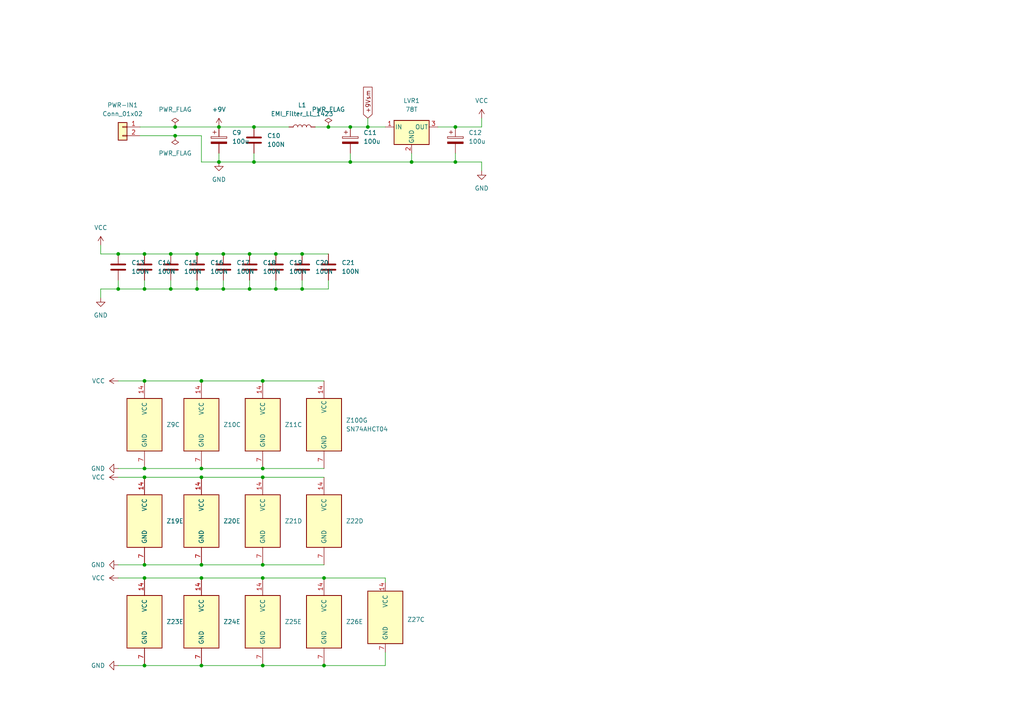
<source format=kicad_sch>
(kicad_sch (version 20211123) (generator eeschema)
  (paper "A4")
  (title_block (title "ACE2NOKB") (date "2019-09-17") (rev "Beta") (company "Ontobus") (comment 1 "John Bradley") (comment 2 "https://creativecommons.org/licenses/by-nc-sa/4.0/") (comment 3 "Attribution-NonCommercial-ShareAlike 4.0 International License.") (comment 4 "This work is licensed under a Creative Commons "))
  (lib_symbols
    (symbol "74xx:74HCT00" (pin_names (offset 1.016))
      (property "Reference" "U" (at 0 1.27 0))
      (property "Value" "74HCT00" (at 0 -1.27 0))
      (symbol "74HCT00_1_1"
        (pin input line (at -7.62 2.54 0) (length 3.81) (name "~") (number "1"))
        (pin input line (at -7.62 -2.54 0) (length 3.81) (name "~") (number "2"))
        (pin output inverted (at 7.62 0 180) (length 3.81) (name "~") (number "3"))
      )
      (symbol "74HCT00_1_2"
        (pin input inverted (at -7.62 2.54 0) (length 4.318) (name "~") (number "1"))
        (pin input inverted (at -7.62 -2.54 0) (length 4.318) (name "~") (number "2"))
        (pin output line (at 7.62 0 180) (length 3.81) (name "~") (number "3"))
      )
      (symbol "74HCT00_2_1"
        (pin input line (at -7.62 2.54 0) (length 3.81) (name "~") (number "4"))
        (pin input line (at -7.62 -2.54 0) (length 3.81) (name "~") (number "5"))
        (pin output inverted (at 7.62 0 180) (length 3.81) (name "~") (number "6"))
      )
      (symbol "74HCT00_2_2"
        (pin input inverted (at -7.62 2.54 0) (length 4.318) (name "~") (number "4"))
        (pin input inverted (at -7.62 -2.54 0) (length 4.318) (name "~") (number "5"))
        (pin output line (at 7.62 0 180) (length 3.81) (name "~") (number "6"))
      )
      (symbol "74HCT00_3_1"
        (pin input line (at -7.62 -2.54 0) (length 3.81) (name "~") (number "10"))
        (pin output inverted (at 7.62 0 180) (length 3.81) (name "~") (number "8"))
        (pin input line (at -7.62 2.54 0) (length 3.81) (name "~") (number "9"))
      )
      (symbol "74HCT00_3_2"
        (pin input inverted (at -7.62 -2.54 0) (length 4.318) (name "~") (number "10"))
        (pin output line (at 7.62 0 180) (length 3.81) (name "~") (number "8"))
        (pin input inverted (at -7.62 2.54 0) (length 4.318) (name "~") (number "9"))
      )
      (symbol "74HCT00_4_1"
        (pin output inverted (at 7.62 0 180) (length 3.81) (name "~") (number "11"))
        (pin input line (at -7.62 2.54 0) (length 3.81) (name "~") (number "12"))
        (pin input line (at -7.62 -2.54 0) (length 3.81) (name "~") (number "13"))
      )
      (symbol "74HCT00_4_2"
        (pin output line (at 7.62 0 180) (length 3.81) (name "~") (number "11"))
        (pin input inverted (at -7.62 2.54 0) (length 4.318) (name "~") (number "12"))
        (pin input inverted (at -7.62 -2.54 0) (length 4.318) (name "~") (number "13"))
      )
      (symbol "74HCT00_5_0"
        (pin power_in line (at 0 12.7 270) (length 5.08) (name "VCC") (number "14"))
        (pin power_in line (at 0 -12.7 90) (length 5.08) (name "GND") (number "7"))
      )
    )
    (symbol "74xx:74HCT02" (pin_names (offset 1.016))
      (property "Reference" "U" (at 0 1.27 0))
      (property "Value" "74HCT02" (at 0 -1.27 0))
      (symbol "74HCT02_1_1"
        (pin output inverted (at 7.62 0 180) (length 3.81) (name "~") (number "1"))
        (pin input line (at -7.62 2.54 0) (length 4.318) (name "~") (number "2"))
        (pin input line (at -7.62 -2.54 0) (length 4.318) (name "~") (number "3"))
      )
      (symbol "74HCT02_1_2"
        (pin output line (at 7.62 0 180) (length 3.81) (name "~") (number "1"))
        (pin input inverted (at -7.62 2.54 0) (length 3.81) (name "~") (number "2"))
        (pin input inverted (at -7.62 -2.54 0) (length 3.81) (name "~") (number "3"))
      )
      (symbol "74HCT02_2_1"
        (pin output inverted (at 7.62 0 180) (length 3.81) (name "~") (number "4"))
        (pin input line (at -7.62 2.54 0) (length 4.318) (name "~") (number "5"))
        (pin input line (at -7.62 -2.54 0) (length 4.318) (name "~") (number "6"))
      )
      (symbol "74HCT02_2_2"
        (pin output line (at 7.62 0 180) (length 3.81) (name "~") (number "4"))
        (pin input inverted (at -7.62 2.54 0) (length 3.81) (name "~") (number "5"))
        (pin input inverted (at -7.62 -2.54 0) (length 3.81) (name "~") (number "6"))
      )
      (symbol "74HCT02_3_1"
        (pin output inverted (at 7.62 0 180) (length 3.81) (name "~") (number "10"))
        (pin input line (at -7.62 2.54 0) (length 4.318) (name "~") (number "8"))
        (pin input line (at -7.62 -2.54 0) (length 4.318) (name "~") (number "9"))
      )
      (symbol "74HCT02_3_2"
        (pin output line (at 7.62 0 180) (length 3.81) (name "~") (number "10"))
        (pin input inverted (at -7.62 2.54 0) (length 3.81) (name "~") (number "8"))
        (pin input inverted (at -7.62 -2.54 0) (length 3.81) (name "~") (number "9"))
      )
      (symbol "74HCT02_4_1"
        (pin input line (at -7.62 2.54 0) (length 4.318) (name "~") (number "11"))
        (pin input line (at -7.62 -2.54 0) (length 4.318) (name "~") (number "12"))
        (pin output inverted (at 7.62 0 180) (length 3.81) (name "~") (number "13"))
      )
      (symbol "74HCT02_4_2"
        (pin input inverted (at -7.62 2.54 0) (length 3.81) (name "~") (number "11"))
        (pin input inverted (at -7.62 -2.54 0) (length 3.81) (name "~") (number "12"))
        (pin output line (at 7.62 0 180) (length 3.81) (name "~") (number "13"))
      )
      (symbol "74HCT02_5_0"
        (pin power_in line (at 0 12.7 270) (length 5.08) (name "VCC") (number "14"))
        (pin power_in line (at 0 -12.7 90) (length 5.08) (name "GND") (number "7"))
      )
    )
    (symbol "74xx:74HCT04"
      (property "Reference" "U" (at 0 1.27 0))
      (property "Value" "74HCT04" (at 0 -1.27 0))
      (symbol "74HCT04_1_0"
        (pin input line (at -7.62 0 0) (length 3.81) (name "~") (number "1"))
        (pin output inverted (at 7.62 0 180) (length 3.81) (name "~") (number "2"))
      )
      (symbol "74HCT04_2_0"
        (pin input line (at -7.62 0 0) (length 3.81) (name "~") (number "3"))
        (pin output inverted (at 7.62 0 180) (length 3.81) (name "~") (number "4"))
      )
      (symbol "74HCT04_3_0"
        (pin input line (at -7.62 0 0) (length 3.81) (name "~") (number "5"))
        (pin output inverted (at 7.62 0 180) (length 3.81) (name "~") (number "6"))
      )
      (symbol "74HCT04_4_0"
        (pin output inverted (at 7.62 0 180) (length 3.81) (name "~") (number "8"))
        (pin input line (at -7.62 0 0) (length 3.81) (name "~") (number "9"))
      )
      (symbol "74HCT04_5_0"
        (pin output inverted (at 7.62 0 180) (length 3.81) (name "~") (number "10"))
        (pin input line (at -7.62 0 0) (length 3.81) (name "~") (number "11"))
      )
      (symbol "74HCT04_6_0"
        (pin output inverted (at 7.62 0 180) (length 3.81) (name "~") (number "12"))
        (pin input line (at -7.62 0 0) (length 3.81) (name "~") (number "13"))
      )
      (symbol "74HCT04_7_0"
        (pin power_in line (at 0 12.7 270) (length 5.08) (name "VCC") (number "14"))
        (pin power_in line (at 0 -12.7 90) (length 5.08) (name "GND") (number "7"))
      )
    )
    (symbol "74xx:74LS08" (pin_names (offset 1.016))
      (property "Reference" "U" (at 0 1.27 0))
      (property "Value" "74LS08" (at 0 -1.27 0))
      (symbol "74LS08_1_1"
        (pin input line (at -7.62 2.54 0) (length 3.81) (name "~") (number "1"))
        (pin input line (at -7.62 -2.54 0) (length 3.81) (name "~") (number "2"))
        (pin output line (at 7.62 0 180) (length 3.81) (name "~") (number "3"))
      )
      (symbol "74LS08_1_2"
        (pin input inverted (at -7.62 2.54 0) (length 4.318) (name "~") (number "1"))
        (pin input inverted (at -7.62 -2.54 0) (length 4.318) (name "~") (number "2"))
        (pin output inverted (at 7.62 0 180) (length 3.81) (name "~") (number "3"))
      )
      (symbol "74LS08_2_1"
        (pin input line (at -7.62 2.54 0) (length 3.81) (name "~") (number "4"))
        (pin input line (at -7.62 -2.54 0) (length 3.81) (name "~") (number "5"))
        (pin output line (at 7.62 0 180) (length 3.81) (name "~") (number "6"))
      )
      (symbol "74LS08_2_2"
        (pin input inverted (at -7.62 2.54 0) (length 4.318) (name "~") (number "4"))
        (pin input inverted (at -7.62 -2.54 0) (length 4.318) (name "~") (number "5"))
        (pin output inverted (at 7.62 0 180) (length 3.81) (name "~") (number "6"))
      )
      (symbol "74LS08_3_1"
        (pin input line (at -7.62 -2.54 0) (length 3.81) (name "~") (number "10"))
        (pin output line (at 7.62 0 180) (length 3.81) (name "~") (number "8"))
        (pin input line (at -7.62 2.54 0) (length 3.81) (name "~") (number "9"))
      )
      (symbol "74LS08_3_2"
        (pin input inverted (at -7.62 -2.54 0) (length 4.318) (name "~") (number "10"))
        (pin output inverted (at 7.62 0 180) (length 3.81) (name "~") (number "8"))
        (pin input inverted (at -7.62 2.54 0) (length 4.318) (name "~") (number "9"))
      )
      (symbol "74LS08_4_1"
        (pin output line (at 7.62 0 180) (length 3.81) (name "~") (number "11"))
        (pin input line (at -7.62 2.54 0) (length 3.81) (name "~") (number "12"))
        (pin input line (at -7.62 -2.54 0) (length 3.81) (name "~") (number "13"))
      )
      (symbol "74LS08_4_2"
        (pin output inverted (at 7.62 0 180) (length 3.81) (name "~") (number "11"))
        (pin input inverted (at -7.62 2.54 0) (length 4.318) (name "~") (number "12"))
        (pin input inverted (at -7.62 -2.54 0) (length 4.318) (name "~") (number "13"))
      )
      (symbol "74LS08_5_0"
        (pin power_in line (at 0 12.7 270) (length 5.08) (name "VCC") (number "14"))
        (pin power_in line (at 0 -12.7 90) (length 5.08) (name "GND") (number "7"))
      )
    )
    (symbol "74xx:74LS11" (pin_names (offset 1.016))
      (property "Reference" "U" (at 0 1.27 0))
      (property "Value" "74LS11" (at 0 -1.27 0))
      (symbol "74LS11_1_1"
        (pin input line (at -7.62 2.54 0) (length 3.81) (name "~") (number "1"))
        (pin output line (at 7.62 0 180) (length 3.81) (name "~") (number "12"))
        (pin input line (at -7.62 -2.54 0) (length 3.81) (name "~") (number "13"))
        (pin input line (at -7.62 0 0) (length 3.81) (name "~") (number "2"))
      )
      (symbol "74LS11_1_2"
        (pin input inverted (at -7.62 2.54 0) (length 4.318) (name "~") (number "1"))
        (pin output inverted (at 7.62 0 180) (length 3.81) (name "~") (number "12"))
        (pin input inverted (at -7.62 -2.54 0) (length 4.318) (name "~") (number "13"))
        (pin input inverted (at -7.62 0 0) (length 4.953) (name "~") (number "2"))
      )
      (symbol "74LS11_2_1"
        (pin input line (at -7.62 2.54 0) (length 3.81) (name "~") (number "3"))
        (pin input line (at -7.62 0 0) (length 3.81) (name "~") (number "4"))
        (pin input line (at -7.62 -2.54 0) (length 3.81) (name "~") (number "5"))
        (pin output line (at 7.62 0 180) (length 3.81) (name "~") (number "6"))
      )
      (symbol "74LS11_2_2"
        (pin input inverted (at -7.62 2.54 0) (length 4.318) (name "~") (number "3"))
        (pin input inverted (at -7.62 0 0) (length 4.953) (name "~") (number "4"))
        (pin input inverted (at -7.62 -2.54 0) (length 4.318) (name "~") (number "5"))
        (pin output inverted (at 7.62 0 180) (length 3.81) (name "~") (number "6"))
      )
      (symbol "74LS11_3_1"
        (pin input line (at -7.62 0 0) (length 3.81) (name "~") (number "10"))
        (pin input line (at -7.62 -2.54 0) (length 3.81) (name "~") (number "11"))
        (pin output line (at 7.62 0 180) (length 3.81) (name "~") (number "8"))
        (pin input line (at -7.62 2.54 0) (length 3.81) (name "~") (number "9"))
      )
      (symbol "74LS11_3_2"
        (pin input inverted (at -7.62 0 0) (length 4.953) (name "~") (number "10"))
        (pin input inverted (at -7.62 -2.54 0) (length 4.318) (name "~") (number "11"))
        (pin output inverted (at 7.62 0 180) (length 3.81) (name "~") (number "8"))
        (pin input inverted (at -7.62 2.54 0) (length 4.318) (name "~") (number "9"))
      )
      (symbol "74LS11_4_0"
        (pin power_in line (at 0 12.7 270) (length 5.08) (name "VCC") (number "14"))
        (pin power_in line (at 0 -12.7 90) (length 5.08) (name "GND") (number "7"))
      )
    )
    (symbol "74xx:74LS32" (pin_names (offset 1.016))
      (property "Reference" "U" (at 0 1.27 0))
      (property "Value" "74LS32" (at 0 -1.27 0))
      (symbol "74LS32_1_1"
        (pin input line (at -7.62 2.54 0) (length 4.318) (name "~") (number "1"))
        (pin input line (at -7.62 -2.54 0) (length 4.318) (name "~") (number "2"))
        (pin output line (at 7.62 0 180) (length 3.81) (name "~") (number "3"))
      )
      (symbol "74LS32_1_2"
        (pin input inverted (at -7.62 2.54 0) (length 3.81) (name "~") (number "1"))
        (pin input inverted (at -7.62 -2.54 0) (length 3.81) (name "~") (number "2"))
        (pin output inverted (at 7.62 0 180) (length 3.81) (name "~") (number "3"))
      )
      (symbol "74LS32_2_1"
        (pin input line (at -7.62 2.54 0) (length 4.318) (name "~") (number "4"))
        (pin input line (at -7.62 -2.54 0) (length 4.318) (name "~") (number "5"))
        (pin output line (at 7.62 0 180) (length 3.81) (name "~") (number "6"))
      )
      (symbol "74LS32_2_2"
        (pin input inverted (at -7.62 2.54 0) (length 3.81) (name "~") (number "4"))
        (pin input inverted (at -7.62 -2.54 0) (length 3.81) (name "~") (number "5"))
        (pin output inverted (at 7.62 0 180) (length 3.81) (name "~") (number "6"))
      )
      (symbol "74LS32_3_1"
        (pin input line (at -7.62 -2.54 0) (length 4.318) (name "~") (number "10"))
        (pin output line (at 7.62 0 180) (length 3.81) (name "~") (number "8"))
        (pin input line (at -7.62 2.54 0) (length 4.318) (name "~") (number "9"))
      )
      (symbol "74LS32_3_2"
        (pin input inverted (at -7.62 -2.54 0) (length 3.81) (name "~") (number "10"))
        (pin output inverted (at 7.62 0 180) (length 3.81) (name "~") (number "8"))
        (pin input inverted (at -7.62 2.54 0) (length 3.81) (name "~") (number "9"))
      )
      (symbol "74LS32_4_1"
        (pin output line (at 7.62 0 180) (length 3.81) (name "~") (number "11"))
        (pin input line (at -7.62 2.54 0) (length 4.318) (name "~") (number "12"))
        (pin input line (at -7.62 -2.54 0) (length 4.318) (name "~") (number "13"))
      )
      (symbol "74LS32_4_2"
        (pin output inverted (at 7.62 0 180) (length 3.81) (name "~") (number "11"))
        (pin input inverted (at -7.62 2.54 0) (length 3.81) (name "~") (number "12"))
        (pin input inverted (at -7.62 -2.54 0) (length 3.81) (name "~") (number "13"))
      )
      (symbol "74LS32_5_0"
        (pin power_in line (at 0 12.7 270) (length 5.08) (name "VCC") (number "14"))
        (pin power_in line (at 0 -12.7 90) (length 5.08) (name "GND") (number "7"))
      )
    )
    (symbol "74xx:74LS393" (pin_names (offset 1.016))
      (property "Reference" "U" (at -7.62 8.89 0))
      (property "Value" "74LS393" (at -7.62 -8.89 0))
      (symbol "74LS393_1_0"
        (pin input clock (at -12.7 2.54 0) (length 5.08) (name "CP") (number "1"))
        (pin input line (at -12.7 -5.08 0) (length 5.08) (name "MR") (number "2"))
        (pin output line (at 12.7 2.54 180) (length 5.08) (name "Q0") (number "3"))
        (pin output line (at 12.7 0 180) (length 5.08) (name "Q1") (number "4"))
        (pin output line (at 12.7 -2.54 180) (length 5.08) (name "Q2") (number "5"))
        (pin output line (at 12.7 -5.08 180) (length 5.08) (name "Q3") (number "6"))
      )
      (symbol "74LS393_2_0"
        (pin output line (at 12.7 0 180) (length 5.08) (name "Q1") (number "10"))
        (pin output line (at 12.7 2.54 180) (length 5.08) (name "Q0") (number "11"))
        (pin input line (at -12.7 -5.08 0) (length 5.08) (name "MR") (number "12"))
        (pin input clock (at -12.7 2.54 0) (length 5.08) (name "CP") (number "13"))
        (pin output line (at 12.7 -5.08 180) (length 5.08) (name "Q3") (number "8"))
        (pin output line (at 12.7 -2.54 180) (length 5.08) (name "Q2") (number "9"))
      )
      (symbol "74LS393_3_0"
        (pin power_in line (at 0 12.7 270) (length 5.08) (name "VCC") (number "14"))
        (pin power_in line (at 0 -12.7 90) (length 5.08) (name "GND") (number "7"))
      )
    )
    (symbol "74xx:74LS74" (pin_names (offset 1.016))
      (property "Reference" "U" (at -7.62 8.89 0))
      (property "Value" "74LS74" (at -7.62 -8.89 0))
      (symbol "74LS74_1_0"
        (pin input line (at 0 -7.62 90) (length 2.54) (name "~{R}") (number "1"))
        (pin input line (at -7.62 2.54 0) (length 2.54) (name "D") (number "2"))
        (pin input clock (at -7.62 0 0) (length 2.54) (name "C") (number "3"))
        (pin input line (at 0 7.62 270) (length 2.54) (name "~{S}") (number "4"))
        (pin output line (at 7.62 2.54 180) (length 2.54) (name "Q") (number "5"))
        (pin output line (at 7.62 -2.54 180) (length 2.54) (name "~{Q}") (number "6"))
      )
      (symbol "74LS74_2_0"
        (pin input line (at 0 7.62 270) (length 2.54) (name "~{S}") (number "10"))
        (pin input clock (at -7.62 0 0) (length 2.54) (name "C") (number "11"))
        (pin input line (at -7.62 2.54 0) (length 2.54) (name "D") (number "12"))
        (pin input line (at 0 -7.62 90) (length 2.54) (name "~{R}") (number "13"))
        (pin output line (at 7.62 -2.54 180) (length 2.54) (name "~{Q}") (number "8"))
        (pin output line (at 7.62 2.54 180) (length 2.54) (name "Q") (number "9"))
      )
      (symbol "74LS74_3_0"
        (pin power_in line (at 0 10.16 270) (length 2.54) (name "VCC") (number "14"))
        (pin power_in line (at 0 -10.16 90) (length 2.54) (name "GND") (number "7"))
      )
    )
    (symbol "74xx:74LS86" (pin_names (offset 1.016))
      (property "Reference" "U" (at 0 1.27 0))
      (property "Value" "74LS86" (at 0 -1.27 0))
      (symbol "74LS86_1_0"
        (pin input line (at -7.62 2.54 0) (length 4.445) (name "~") (number "1"))
        (pin input line (at -7.62 -2.54 0) (length 4.445) (name "~") (number "2"))
        (pin output line (at 7.62 0 180) (length 3.81) (name "~") (number "3"))
      )
      (symbol "74LS86_2_0"
        (pin input line (at -7.62 2.54 0) (length 4.445) (name "~") (number "4"))
        (pin input line (at -7.62 -2.54 0) (length 4.445) (name "~") (number "5"))
        (pin output line (at 7.62 0 180) (length 3.81) (name "~") (number "6"))
      )
      (symbol "74LS86_3_0"
        (pin input line (at -7.62 -2.54 0) (length 4.445) (name "~") (number "10"))
        (pin output line (at 7.62 0 180) (length 3.81) (name "~") (number "8"))
        (pin input line (at -7.62 2.54 0) (length 4.445) (name "~") (number "9"))
      )
      (symbol "74LS86_4_0"
        (pin output line (at 7.62 0 180) (length 3.81) (name "~") (number "11"))
        (pin input line (at -7.62 2.54 0) (length 4.445) (name "~") (number "12"))
        (pin input line (at -7.62 -2.54 0) (length 4.445) (name "~") (number "13"))
      )
      (symbol "74LS86_5_0"
        (pin power_in line (at 0 12.7 270) (length 5.08) (name "VCC") (number "14"))
        (pin power_in line (at 0 -12.7 90) (length 5.08) (name "GND") (number "7"))
      )
    )
    (symbol "Connector_Generic:Conn_01x02" (pin_names (offset 1.016) hide)
      (property "Reference" "J" (at 0 2.54 0))
      (property "Value" "Conn_01x02" (at 0 -5.08 0))
      (symbol "Conn_01x02_1_1"
        (pin passive line (at -5.08 0 0) (length 3.81) (name "Pin_1") (number "1"))
        (pin passive line (at -5.08 -2.54 0) (length 3.81) (name "Pin_2") (number "2"))
      )
    )
    (symbol "Device:C" (pin_numbers hide) (pin_names (offset 0.254))
      (property "Reference" "C" (at 0.635 2.54 0))
      (property "Value" "C" (at 0.635 -2.54 0))
      (symbol "C_1_1"
        (pin passive line (at 0 3.81 270) (length 2.794) (name "~") (number "1"))
        (pin passive line (at 0 -3.81 90) (length 2.794) (name "~") (number "2"))
      )
    )
    (symbol "Device:C_Polarized" (pin_numbers hide) (pin_names (offset 0.254))
      (property "Reference" "C" (at 0.635 2.54 0))
      (property "Value" "C_Polarized" (at 0.635 -2.54 0))
      (symbol "C_Polarized_1_1"
        (pin passive line (at 0 3.81 270) (length 2.794) (name "~") (number "1"))
        (pin passive line (at 0 -3.81 90) (length 2.794) (name "~") (number "2"))
      )
    )
    (symbol "Device:L" (pin_numbers hide) (pin_names (offset 1.016) hide)
      (property "Reference" "L" (at -1.27 0 90))
      (property "Value" "L" (at 1.905 0 90))
      (symbol "L_1_1"
        (pin passive line (at 0 3.81 270) (length 1.27) (name "1") (number "1"))
        (pin passive line (at 0 -3.81 90) (length 1.27) (name "2") (number "2"))
      )
    )
    (symbol "Regulator_Linear:L7805" (pin_names (offset 0.254))
      (property "Reference" "U" (at -3.81 3.175 0))
      (property "Value" "L7805" (at 0 3.175 0))
      (symbol "L7805_1_1"
        (pin power_in line (at -7.62 0 0) (length 2.54) (name "IN") (number "1"))
        (pin power_in line (at 0 -7.62 90) (length 2.54) (name "GND") (number "2"))
        (pin power_out line (at 7.62 0 180) (length 2.54) (name "OUT") (number "3"))
      )
    )
    (symbol "power:+9V" (power) (pin_names (offset 0))
      (property "Value" "+9V" (at 0 3.556 0))
      (symbol "+9V_1_1"
        (pin power_in line (at 0 0 90) (length 0) hide (name "+9V") (number "1"))
      )
    )
    (symbol "power:GND" (power) (pin_names (offset 0))
      (property "Value" "GND" (at 0 -3.81 0))
      (symbol "GND_1_1"
        (pin power_in line (at 0 0 270) (length 0) hide (name "GND") (number "1"))
      )
    )
    (symbol "power:PWR_FLAG" (power) (pin_numbers hide) (pin_names (offset 0) hide)
      (property "Value" "PWR_FLAG" (at 0 3.81 0))
      (symbol "PWR_FLAG_0_0"
        (pin power_out line (at 0 0 90) (length 0) (name "pwr") (number "1"))
      )
    )
    (symbol "power:VCC" (power) (pin_names (offset 0))
      (property "Value" "VCC" (at 0 3.81 0))
      (symbol "VCC_1_1"
        (pin power_in line (at 0 0 90) (length 0) hide (name "VCC") (number "1"))
      )
    )
  )
  (junction (at 76.2 167.64))
  (junction (at 101.6 46.99))
  (junction (at 41.91 167.64))
  (junction (at 50.8 39.37))
  (junction (at 132.08 46.99))
  (junction (at 34.29 73.66))
  (junction (at 87.63 83.82))
  (junction (at 73.66 36.83))
  (junction (at 64.77 73.66))
  (junction (at 72.39 73.66))
  (junction (at 41.91 163.83))
  (junction (at 58.42 193.04))
  (junction (at 101.6 36.83))
  (junction (at 106.68 36.83))
  (junction (at 49.53 83.82))
  (junction (at 41.91 138.43))
  (junction (at 57.15 83.82))
  (junction (at 80.01 83.82))
  (junction (at 41.91 110.49))
  (junction (at 58.42 110.49))
  (junction (at 87.63 73.66))
  (junction (at 58.42 163.83))
  (junction (at 57.15 73.66))
  (junction (at 132.08 36.83))
  (junction (at 93.98 193.04))
  (junction (at 41.91 135.89))
  (junction (at 76.2 110.49))
  (junction (at 41.91 83.82))
  (junction (at 93.98 167.64))
  (junction (at 58.42 135.89))
  (junction (at 63.5 36.83))
  (junction (at 64.77 83.82))
  (junction (at 95.25 36.83))
  (junction (at 72.39 83.82))
  (junction (at 76.2 138.43))
  (junction (at 76.2 135.89))
  (junction (at 119.38 46.99))
  (junction (at 76.2 193.04))
  (junction (at 50.8 36.83))
  (junction (at 76.2 163.83))
  (junction (at 58.42 167.64))
  (junction (at 73.66 46.99))
  (junction (at 41.91 193.04))
  (junction (at 34.29 83.82))
  (junction (at 41.91 73.66))
  (junction (at 63.5 46.99))
  (junction (at 58.42 138.43))
  (junction (at 80.01 73.66))
  (junction (at 49.53 73.66))
  (wire (pts (xy 63.5 36.83) (xy 73.66 36.83)))
  (wire (pts (xy 57.15 83.82) (xy 64.77 83.82)))
  (wire (pts (xy 87.63 83.82) (xy 95.25 83.82)))
  (wire (pts (xy 57.15 81.28) (xy 57.15 83.82)))
  (wire (pts (xy 29.21 71.12) (xy 29.21 73.66)))
  (wire (pts (xy 58.42 39.37) (xy 58.42 46.99)))
  (wire (pts (xy 101.6 44.45) (xy 101.6 46.99)))
  (wire (pts (xy 111.76 193.04) (xy 111.76 189.23)))
  (wire (pts (xy 41.91 138.43) (xy 58.42 138.43)))
  (wire (pts (xy 101.6 46.99) (xy 119.38 46.99)))
  (wire (pts (xy 29.21 73.66) (xy 34.29 73.66)))
  (wire (pts (xy 80.01 73.66) (xy 87.63 73.66)))
  (wire (pts (xy 63.5 46.99) (xy 73.66 46.99)))
  (wire (pts (xy 95.25 36.83) (xy 101.6 36.83)))
  (wire (pts (xy 29.21 83.82) (xy 34.29 83.82)))
  (wire (pts (xy 58.42 138.43) (xy 76.2 138.43)))
  (wire (pts (xy 132.08 36.83) (xy 139.7 36.83)))
  (wire (pts (xy 34.29 135.89) (xy 41.91 135.89)))
  (wire (pts (xy 41.91 163.83) (xy 58.42 163.83)))
  (wire (pts (xy 119.38 46.99) (xy 132.08 46.99)))
  (wire (pts (xy 64.77 81.28) (xy 64.77 83.82)))
  (wire (pts (xy 111.76 36.83) (xy 106.68 36.83)))
  (wire (pts (xy 106.68 36.83) (xy 101.6 36.83)))
  (wire (pts (xy 57.15 73.66) (xy 64.77 73.66)))
  (wire (pts (xy 41.91 110.49) (xy 58.42 110.49)))
  (wire (pts (xy 139.7 34.29) (xy 139.7 36.83)))
  (wire (pts (xy 80.01 81.28) (xy 80.01 83.82)))
  (wire (pts (xy 76.2 193.04) (xy 93.98 193.04)))
  (wire (pts (xy 106.68 36.83) (xy 106.68 34.29)))
  (wire (pts (xy 73.66 46.99) (xy 101.6 46.99)))
  (wire (pts (xy 41.91 83.82) (xy 49.53 83.82)))
  (wire (pts (xy 34.29 110.49) (xy 41.91 110.49)))
  (wire (pts (xy 111.76 168.91) (xy 111.76 167.64)))
  (wire (pts (xy 49.53 83.82) (xy 57.15 83.82)))
  (wire (pts (xy 41.91 167.64) (xy 58.42 167.64)))
  (wire (pts (xy 34.29 83.82) (xy 41.91 83.82)))
  (wire (pts (xy 73.66 36.83) (xy 83.82 36.83)))
  (wire (pts (xy 63.5 44.45) (xy 63.5 46.99)))
  (wire (pts (xy 58.42 193.04) (xy 76.2 193.04)))
  (wire (pts (xy 93.98 167.64) (xy 111.76 167.64)))
  (wire (pts (xy 34.29 73.66) (xy 41.91 73.66)))
  (wire (pts (xy 64.77 83.82) (xy 72.39 83.82)))
  (wire (pts (xy 63.5 36.83) (xy 50.8 36.83)))
  (wire (pts (xy 58.42 110.49) (xy 76.2 110.49)))
  (wire (pts (xy 41.91 73.66) (xy 49.53 73.66)))
  (wire (pts (xy 41.91 135.89) (xy 58.42 135.89)))
  (wire (pts (xy 139.7 49.53) (xy 139.7 46.99)))
  (wire (pts (xy 64.77 73.66) (xy 72.39 73.66)))
  (wire (pts (xy 49.53 73.66) (xy 57.15 73.66)))
  (wire (pts (xy 58.42 167.64) (xy 76.2 167.64)))
  (wire (pts (xy 76.2 167.64) (xy 93.98 167.64)))
  (wire (pts (xy 41.91 193.04) (xy 58.42 193.04)))
  (wire (pts (xy 132.08 46.99) (xy 139.7 46.99)))
  (wire (pts (xy 87.63 81.28) (xy 87.63 83.82)))
  (wire (pts (xy 132.08 44.45) (xy 132.08 46.99)))
  (wire (pts (xy 34.29 167.64) (xy 41.91 167.64)))
  (wire (pts (xy 29.21 86.36) (xy 29.21 83.82)))
  (wire (pts (xy 95.25 81.28) (xy 95.25 83.82)))
  (wire (pts (xy 127 36.83) (xy 132.08 36.83)))
  (wire (pts (xy 49.53 81.28) (xy 49.53 83.82)))
  (wire (pts (xy 40.64 39.37) (xy 50.8 39.37)))
  (wire (pts (xy 58.42 46.99) (xy 63.5 46.99)))
  (wire (pts (xy 34.29 193.04) (xy 41.91 193.04)))
  (wire (pts (xy 76.2 135.89) (xy 93.98 135.89)))
  (wire (pts (xy 58.42 135.89) (xy 76.2 135.89)))
  (wire (pts (xy 58.42 163.83) (xy 76.2 163.83)))
  (wire (pts (xy 40.64 36.83) (xy 50.8 36.83)))
  (wire (pts (xy 87.63 73.66) (xy 95.25 73.66)))
  (wire (pts (xy 41.91 138.43) (xy 34.29 138.43)))
  (wire (pts (xy 72.39 73.66) (xy 80.01 73.66)))
  (wire (pts (xy 119.38 44.45) (xy 119.38 46.99)))
  (wire (pts (xy 73.66 44.45) (xy 73.66 46.99)))
  (wire (pts (xy 76.2 163.83) (xy 93.98 163.83)))
  (wire (pts (xy 34.29 81.28) (xy 34.29 83.82)))
  (wire (pts (xy 41.91 81.28) (xy 41.91 83.82)))
  (wire (pts (xy 91.44 36.83) (xy 95.25 36.83)))
  (wire (pts (xy 50.8 39.37) (xy 58.42 39.37)))
  (wire (pts (xy 72.39 83.82) (xy 80.01 83.82)))
  (wire (pts (xy 34.29 163.83) (xy 41.91 163.83)))
  (wire (pts (xy 93.98 193.04) (xy 111.76 193.04)))
  (wire (pts (xy 72.39 81.28) (xy 72.39 83.82)))
  (wire (pts (xy 76.2 138.43) (xy 93.98 138.43)))
  (wire (pts (xy 76.2 110.49) (xy 93.98 110.49)))
  (wire (pts (xy 80.01 83.82) (xy 87.63 83.82)))
  (global_label "+9Vsm" (shape input) (at 106.68 34.29 90) (property "Intersheetrefs" "${INTERSHEET_REFS}" (at 106.6006 25.3739 90) (effects (justify left))))
  (symbol (lib_id "power:GND") (at 34.29 163.83 270) (unit 1)
    (property "Reference" "#~PWR0107" (effects hide))
    (property "Value" "GND" (at 30.48 163.8299 90) (effects (justify right)))
  )
  (symbol (lib_id "Device:C") (at 72.39 77.47 180) (unit 1)
    (property "Reference" "C18" (at 76.2 76.1999 0) (effects (justify right)))
    (property "Value" "100N" (at 76.2 78.7399 0) (effects (justify right)))
    (property "Footprint" "Capacitor_THT:C_Disc_D5.0mm_W2.5mm_P5.00mm" (effects hide))
    (property "Manufacturer_Name" "Vishay" (effects hide))
    (property "Manufacturer_Part_Number" "K104K15X7RF53H5" (effects hide))
  )
  (symbol (lib_id "Device:C") (at 41.91 77.47 0) (unit 1)
    (property "Reference" "C14" (at 45.72 76.1999 0) (effects (justify left)))
    (property "Value" "100N" (at 45.72 78.7399 0) (effects (justify left)))
    (property "Footprint" "Capacitor_THT:C_Disc_D5.0mm_W2.5mm_P5.00mm" (effects hide))
    (property "Manufacturer_Name" "Vishay" (effects hide))
    (property "Manufacturer_Part_Number" "K104K15X7RF53H5" (effects hide))
  )
  (symbol (lib_id "74xx:74LS393") (at 41.91 123.19 0) (unit 3)
    (property "Reference" "Z9" (at 48.26 123.1899 0) (effects (justify left)))
    (property "Value" "CD74HCT393E" (effects hide))
    (property "Footprint" "Package_DIP:DIP-14_W7.62mm" (effects hide))
    (property "Datasheet" "74xx\\74LS393.pdf" (effects hide))
    (property "Manufacturer_Name" "Texas Instruments" (effects hide))
    (property "Manufacturer_Part_Number" "CD74HCT393E" (effects hide))
  )
  (symbol (lib_id "power:VCC") (at 34.29 110.49 90) (unit 1)
    (property "Reference" "#~PWR0104" (effects hide))
    (property "Value" "VCC" (at 30.48 110.4899 90) (effects (justify left)))
  )
  (symbol (lib_id "power:GND") (at 63.5 46.99 0) (unit 1)
    (property "Reference" "#~SUPPLY016" (effects hide))
    (property "Value" "GND" (at 63.5 52.07 0))
  )
  (symbol (lib_id "74xx:74LS08") (at 58.42 151.13 0) (unit 5)
    (property "Reference" "Z20" (at 64.77 151.1299 0) (effects (justify left)))
    (property "Value" "SN74AHCT08N" (effects hide))
    (property "Footprint" "Package_DIP:DIP-14_W7.62mm" (effects hide))
    (property "Datasheet" "http://www.ti.com/lit/gpn/sn74LS08" (effects hide))
    (property "Manufacturer_Name" "Texas Instruments" (effects hide))
    (property "Manufacturer_Part_Number" "SN74AHCT08N" (effects hide))
  )
  (symbol (lib_id "74xx:74HCT02") (at 58.42 180.34 0) (unit 5)
    (property "Reference" "Z24" (at 64.77 180.3399 0) (effects (justify left)))
    (property "Value" "SN74AHCT02N" (effects hide))
    (property "Footprint" "Package_DIP:DIP-14_W7.62mm" (effects hide))
    (property "Datasheet" "http://www.ti.com/lit/gpn/sn74hct02" (effects hide))
    (property "Manufacturer_Name" "Texas Instruments" (effects hide))
    (property "Manufacturer_Part_Number" "SN74AHCT02N" (effects hide))
  )
  (symbol (lib_id "Device:C") (at 64.77 77.47 0) (unit 1)
    (property "Reference" "C17" (at 68.58 76.1999 0) (effects (justify left)))
    (property "Value" "100N" (at 68.58 78.7399 0) (effects (justify left)))
    (property "Footprint" "Capacitor_THT:C_Disc_D5.0mm_W2.5mm_P5.00mm" (effects hide))
    (property "Manufacturer_Name" "Vishay" (effects hide))
    (property "Manufacturer_Part_Number" "K104K15X7RF53H5" (effects hide))
  )
  (symbol (lib_id "74xx:74LS393") (at 58.42 123.19 0) (unit 3)
    (property "Reference" "Z10" (at 64.77 123.1899 0) (effects (justify left)))
    (property "Value" "CD74HCT393E" (effects hide))
    (property "Footprint" "Package_DIP:DIP-14_W7.62mm" (effects hide))
    (property "Datasheet" "74xx\\74LS393.pdf" (effects hide))
    (property "Manufacturer_Name" "Texas Instruments" (effects hide))
    (property "Manufacturer_Part_Number" "CD74HCT393E" (effects hide))
  )
  (symbol (lib_id "power:GND") (at 139.7 49.53 0) (unit 1)
    (property "Reference" "# SUPPLY0103" (effects hide))
    (property "Value" "GND" (at 139.7 54.61 0))
  )
  (symbol (lib_id "Device:C_Polarized") (at 63.5 40.64 0) (unit 1)
    (property "Reference" "C9" (at 67.31 38.4809 0) (effects (justify left)))
    (property "Value" "100u" (at 67.31 41.0209 0) (effects (justify left)))
    (property "Footprint" "Capacitor_THT:CP_Radial_D6.3mm_P2.50mm" (effects hide))
    (property "Manufacturer_Name" "Lelon" (effects hide))
    (property "Manufacturer_Part_Number" "REA101M1CBK-0611P" (effects hide))
  )
  (symbol (lib_id "74xx:74HCT02") (at 76.2 180.34 0) (unit 5)
    (property "Reference" "Z25" (at 82.55 180.3399 0) (effects (justify left)))
    (property "Value" "SN74AHCT02N" (effects hide))
    (property "Footprint" "Package_DIP:DIP-14_W7.62mm" (effects hide))
    (property "Datasheet" "http://www.ti.com/lit/gpn/sn74hct02" (effects hide))
    (property "Manufacturer_Name" "Texas Instruments" (effects hide))
    (property "Manufacturer_Part_Number" "SN74AHCT02N" (effects hide))
  )
  (symbol (lib_id "Device:C") (at 49.53 77.47 180) (unit 1)
    (property "Reference" "C15" (at 53.34 76.1999 0) (effects (justify right)))
    (property "Value" "100N" (at 53.34 78.7399 0) (effects (justify right)))
    (property "Footprint" "Capacitor_THT:C_Disc_D5.0mm_W2.5mm_P5.00mm" (effects hide))
    (property "Manufacturer_Name" "Vishay" (effects hide))
    (property "Manufacturer_Part_Number" "K104K15X7RF53H5" (effects hide))
  )
  (symbol (lib_id "74xx:74LS11") (at 76.2 151.13 0) (unit 4)
    (property "Reference" "Z21" (at 82.55 151.1299 0) (effects (justify left)))
    (property "Value" "SN74AHCT11N" (effects hide))
    (property "Footprint" "Package_DIP:DIP-14_W7.62mm" (effects hide))
    (property "Datasheet" "http://www.ti.com/lit/gpn/sn74LS11" (effects hide))
    (property "Manufacturer_Name" "Texas Instruments" (effects hide))
    (property "Manufacturer_Part_Number" "SN74ACT11N" (effects hide))
  )
  (symbol (lib_id "Device:C") (at 73.66 40.64 180) (unit 1)
    (property "Reference" "C10" (at 77.47 39.3699 0) (effects (justify right)))
    (property "Value" "100N" (at 77.47 41.9099 0) (effects (justify right)))
    (property "Footprint" "Capacitor_THT:C_Disc_D5.0mm_W2.5mm_P5.00mm" (effects hide))
    (property "Manufacturer_Name" "Vishay" (effects hide))
    (property "Manufacturer_Part_Number" "K104K15X7RF53H5" (effects hide))
  )
  (symbol (lib_id "power:PWR_FLAG") (at 95.25 36.83 0) (unit 1)
    (property "Reference" "#~FLG0103" (effects hide))
    (property "Value" "PWR_FLAG" (at 95.25 31.75 0))
  )
  (symbol (lib_id "Device:C_Polarized") (at 101.6 40.64 0) (unit 1)
    (property "Reference" "C11" (at 105.41 38.4809 0) (effects (justify left)))
    (property "Value" "100u" (at 105.41 41.0209 0) (effects (justify left)))
    (property "Footprint" "Capacitor_THT:CP_Radial_D6.3mm_P2.50mm" (effects hide))
    (property "Manufacturer_Name" "Lelon" (effects hide))
    (property "Manufacturer_Part_Number" "REA101M1CBK-0611P" (effects hide))
  )
  (symbol (lib_id "power:GND") (at 29.21 86.36 0) (unit 1)
    (property "Reference" "#~SUPPLY017" (effects hide))
    (property "Value" "GND" (at 29.21 91.44 0))
  )
  (symbol (lib_id "74xx:74LS393") (at 76.2 123.19 0) (unit 3)
    (property "Reference" "Z11" (at 82.55 123.1899 0) (effects (justify left)))
    (property "Value" "CD74HCT393E" (effects hide))
    (property "Footprint" "Package_DIP:DIP-14_W7.62mm" (effects hide))
    (property "Datasheet" "74xx\\74LS393.pdf" (effects hide))
    (property "Manufacturer_Name" "Texas Instruments" (effects hide))
    (property "Manufacturer_Part_Number" "CD74HCT393E" (effects hide))
  )
  (symbol (lib_id "power:+9V") (at 63.5 36.83 0) (unit 1)
    (property "Reference" "#~PWR0110" (effects hide))
    (property "Value" "+9V" (at 63.5 31.75 0))
  )
  (symbol (lib_id "Regulator_Linear:L7805") (at 119.38 36.83 0) (unit 1)
    (property "Reference" "LVR1" (at 119.38 29.21 0))
    (property "Value" "78T" (at 119.38 31.75 0))
    (property "Footprint" "Package_TO_SOT_THT:TO-220-3_Vertical" (effects hide))
    (property "Datasheet" "http://www.st.com/content/ccc/resource/technical/document/datasheet/41/4f/b3/b0/12/d4/47/88/CD00000444.pdf/files/CD00000444.pdf/jcr:content/translations/en.CD00000444.pdf" (effects hide))
    (property "Manufacturer_Name" "texas instruments" (effects hide))
    (property "Manufacturer_Part_Number" "LM7805CT/NOPB" (effects hide))
  )
  (symbol (lib_id "power:GND") (at 34.29 193.04 270) (unit 1)
    (property "Reference" "#~PWR0106" (effects hide))
    (property "Value" "GND" (at 30.48 193.0399 90) (effects (justify right)))
  )
  (symbol (lib_id "power:PWR_FLAG") (at 50.8 36.83 0) (unit 1)
    (property "Reference" "#~FLG0101" (effects hide))
    (property "Value" "PWR_FLAG" (at 50.8 31.75 0))
  )
  (symbol (lib_id "Device:L") (at 87.63 36.83 90) (unit 1)
    (property "Reference" "L1" (at 87.63 30.48 90))
    (property "Value" "EMI_Filter_LL_1423" (at 87.63 33.02 90))
    (property "Footprint" "ExtraFootprints:KEMET_SBT_0260T" (effects hide))
    (property "Manufacturer_Name" "KEMET" (effects hide))
    (property "Manufacturer_Part_Number" "SBT-0260" (effects hide))
  )
  (symbol (lib_id "Device:C_Polarized") (at 132.08 40.64 0) (unit 1)
    (property "Reference" "C12" (at 135.89 38.4809 0) (effects (justify left)))
    (property "Value" "100u" (at 135.89 41.0209 0) (effects (justify left)))
    (property "Footprint" "Capacitor_THT:CP_Radial_D6.3mm_P2.50mm" (effects hide))
    (property "Manufacturer_Name" "Lelon" (effects hide))
    (property "Manufacturer_Part_Number" "REA101M1CBK-0611P" (effects hide))
  )
  (symbol (lib_id "power:VCC") (at 34.29 167.64 90) (unit 1)
    (property "Reference" "#~PWR0105" (effects hide))
    (property "Value" "VCC" (at 30.48 167.6399 90) (effects (justify left)))
  )
  (symbol (lib_id "Device:C") (at 87.63 77.47 180) (unit 1)
    (property "Reference" "C20" (at 91.44 76.1999 0) (effects (justify right)))
    (property "Value" "100N" (at 91.44 78.7399 0) (effects (justify right)))
    (property "Footprint" "Capacitor_THT:C_Disc_D5.0mm_W2.5mm_P5.00mm" (effects hide))
    (property "Manufacturer_Name" "Vishay" (effects hide))
    (property "Manufacturer_Part_Number" "K104K15X7RF53H5" (effects hide))
  )
  (symbol (lib_id "power:PWR_FLAG") (at 50.8 39.37 180) (unit 1)
    (property "Reference" "#~FLG0102" (effects hide))
    (property "Value" "PWR_FLAG" (at 50.8 44.45 0))
  )
  (symbol (lib_id "Connector_Generic:Conn_01x02") (at 35.56 36.83 0) (mirror y) (unit 1)
    (property "Reference" "PWR-IN1" (at 35.56 30.48 0))
    (property "Value" "Conn_01x02" (at 35.56 33.02 0))
    (property "Footprint" "Connector_PinHeader_2.54mm:PinHeader_1x02_P2.54mm_Vertical" (effects hide))
    (property "Manufacturer_Name" "SAMTEC" (effects hide))
    (property "Manufacturer_Part_Number" "TSW–101–10–T–D–RA" (effects hide))
  )
  (symbol (lib_id "Device:C") (at 80.01 77.47 180) (unit 1)
    (property "Reference" "C19" (at 83.82 76.1999 0) (effects (justify right)))
    (property "Value" "100N" (at 83.82 78.7399 0) (effects (justify right)))
    (property "Footprint" "Capacitor_THT:C_Disc_D5.0mm_W2.5mm_P5.00mm" (effects hide))
    (property "Manufacturer_Name" "Vishay" (effects hide))
    (property "Manufacturer_Part_Number" "K104K15X7RF53H5" (effects hide))
  )
  (symbol (lib_id "74xx:74LS32") (at 93.98 180.34 0) (unit 5)
    (property "Reference" "Z26" (at 100.33 180.3399 0) (effects (justify left)))
    (property "Value" "SN74AHCT32N" (effects hide))
    (property "Footprint" "Package_DIP:DIP-14_W7.62mm" (effects hide))
    (property "Datasheet" "http://www.ti.com/lit/gpn/sn74LS32" (effects hide))
    (property "Manufacturer_Name" "Texas Instruments" (effects hide))
    (property "Manufacturer_Part_Number" "SN74AHCT32N" (effects hide))
  )
  (symbol (lib_id "Device:C") (at 34.29 77.47 0) (unit 1)
    (property "Reference" "C13" (at 38.1 76.1999 0) (effects (justify left)))
    (property "Value" "100N" (at 38.1 78.7399 0) (effects (justify left)))
    (property "Footprint" "Capacitor_THT:C_Disc_D5.0mm_W2.5mm_P5.00mm" (effects hide))
    (property "Manufacturer_Name" "Vishay" (effects hide))
    (property "Manufacturer_Part_Number" "K104K15X7RF53H5" (effects hide))
  )
  (symbol (lib_id "74xx:74LS74") (at 111.76 179.07 0) (unit 3)
    (property "Reference" "Z27" (at 118.11 179.705 0) (effects (justify left)))
    (property "Value" "SN74AHCT74N" (effects hide))
    (property "Footprint" "Package_DIP:DIP-14_W7.62mm" (effects hide))
    (property "Datasheet" "74xx/74hc_hct74.pdf" (effects hide))
    (property "Manufacturer_Name" "Texas Instruments" (effects hide))
    (property "Manufacturer_Part_Number" "SN74AHCT74N" (effects hide))
  )
  (symbol (lib_id "Device:C") (at 57.15 77.47 180) (unit 1)
    (property "Reference" "C16" (at 60.96 76.1999 0) (effects (justify right)))
    (property "Value" "100N" (at 60.96 78.7399 0) (effects (justify right)))
    (property "Footprint" "Capacitor_THT:C_Disc_D5.0mm_W2.5mm_P5.00mm" (effects hide))
    (property "Manufacturer_Name" "Vishay" (effects hide))
    (property "Manufacturer_Part_Number" "K104K15X7RF53H5" (effects hide))
  )
  (symbol (lib_id "74xx:74HCT04") (at 93.98 123.19 0) (unit 7)
    (property "Reference" "Z100" (at 100.33 121.9199 0) (effects (justify left)))
    (property "Value" "SN74AHCT04" (at 100.33 124.4599 0) (effects (justify left)))
    (property "Footprint" "Package_DIP:DIP-14_W7.62mm" (effects hide))
    (property "Datasheet" "https://assets.nexperia.com/documents/data-sheet/74HC_HCT04.pdf" (effects hide))
    (property "Manufacturer_Name" "Texas Instruments" (effects hide))
    (property "Manufacturer_Part_Number" "CD74HCT393E" (effects hide))
  )
  (symbol (lib_id "74xx:74LS11") (at 93.98 151.13 0) (unit 4)
    (property "Reference" "Z22" (at 100.33 151.1299 0) (effects (justify left)))
    (property "Value" "SN74AHCT11N" (effects hide))
    (property "Footprint" "Package_DIP:DIP-14_W7.62mm" (effects hide))
    (property "Datasheet" "http://www.ti.com/lit/gpn/sn74LS11" (effects hide))
    (property "Manufacturer_Name" "Texas Instruments" (effects hide))
    (property "Manufacturer_Part_Number" "SN74ACT11N" (effects hide))
  )
  (symbol (lib_id "Device:C") (at 95.25 77.47 180) (unit 1)
    (property "Reference" "C21" (at 99.06 76.1999 0) (effects (justify right)))
    (property "Value" "100N" (at 99.06 78.7399 0) (effects (justify right)))
    (property "Footprint" "Capacitor_THT:C_Disc_D5.0mm_W2.5mm_P5.00mm" (effects hide))
    (property "Manufacturer_Name" "Vishay" (effects hide))
    (property "Manufacturer_Part_Number" "K104K15X7RF53H5" (effects hide))
  )
  (symbol (lib_id "power:VCC") (at 139.7 34.29 0) (unit 1)
    (property "Reference" "# P+0105" (effects hide))
    (property "Value" "VCC" (at 139.7 29.21 0))
  )
  (symbol (lib_id "power:VCC") (at 34.29 138.43 90) (unit 1)
    (property "Reference" "#~PWR0108" (effects hide))
    (property "Value" "VCC" (at 30.48 138.4299 90) (effects (justify left)))
  )
  (symbol (lib_id "power:VCC") (at 29.21 71.12 0) (unit 1)
    (property "Reference" "#~P+018" (effects hide))
    (property "Value" "VCC" (at 29.21 66.04 0))
  )
  (symbol (lib_id "74xx:74LS86") (at 41.91 180.34 0) (unit 5)
    (property "Reference" "Z23" (at 48.26 180.3399 0) (effects (justify left)))
    (property "Value" "SN74AHCT86N" (effects hide))
    (property "Footprint" "Package_DIP:DIP-14_W7.62mm" (effects hide))
    (property "Datasheet" "74xx/74ls86.pdf" (effects hide))
    (property "Manufacturer_Name" "Texas Instruments" (effects hide))
    (property "Manufacturer_Part_Number" "SN74AHCT86N" (effects hide))
  )
  (symbol (lib_id "power:GND") (at 34.29 135.89 270) (unit 1)
    (property "Reference" "#~PWR0109" (effects hide))
    (property "Value" "GND" (at 30.48 135.8899 90) (effects (justify right)))
  )
  (symbol (lib_id "74xx:74HCT00") (at 41.91 151.13 0) (unit 5)
    (property "Reference" "Z19" (at 48.26 151.1299 0) (effects (justify left)))
    (property "Value" "SN74AHCT00N" (effects hide))
    (property "Footprint" "Package_DIP:DIP-14_W7.62mm" (effects hide))
    (property "Datasheet" "http://www.ti.com/lit/gpn/sn74hct00" (effects hide))
    (property "Manufacturer_Name" "Texas Instruments" (effects hide))
    (property "Manufacturer_Part_Number" "SN74AHCT00N" (effects hide))
  )
)
</source>
